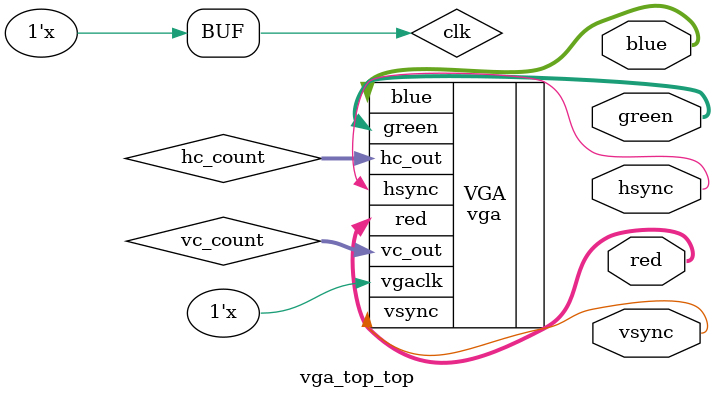
<source format=sv>
module vga_top_top
(
    output [3:0] red,
    output [3:0] green,
    output [3:0] blue,
    output hsync,
    output vsync
);
	
	reg clk = 0;
	
	always #1 clk = ~clk;

	wire [$clog2(526)-1:0]  vc_count;
	wire [$clog2(801)-1:0]  hc_count;
		
   vga VGA(
        .vgaclk(clk),
        // input [2:0] input_red,
        // input [2:0] input_green,
        // input [1:0] input_blue,
        // input rst,
        .hc_out(hc_count),
        .vc_out(vc_count),
        .hsync(hsync),
        .vsync(vsync),
        .red(red),
        .green(green),
        .blue(blue)
    );


endmodule
</source>
